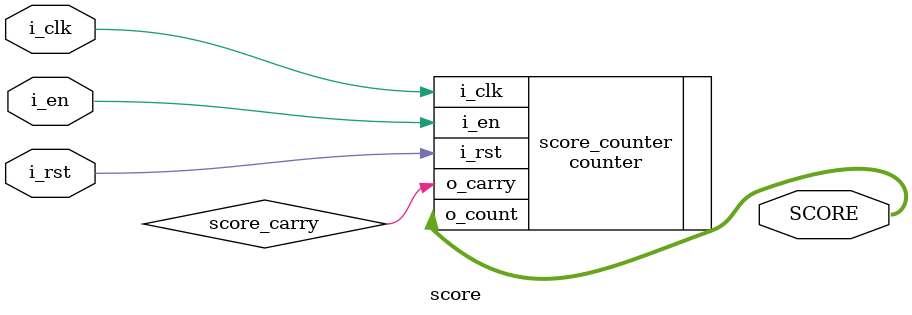
<source format=v>
module score
#(
    parameter DIV1 = 50_000_000,
    parameter DIV2 = 25_000_000
)
(
    i_clk,
    i_rst,
    i_en,
    SCORE
);

input wire i_clk, i_rst, i_en;
output wire [13:0] SCORE;

wire clk_selected;
wire score_carry; // is this necessary?

counter #(.MAX(10000)) score_counter(
        .i_clk(i_clk), 
        .i_en(i_en), 
        .i_rst(i_rst), 
        .o_count(SCORE), 
        .o_carry(score_carry)
        );

endmodule
</source>
